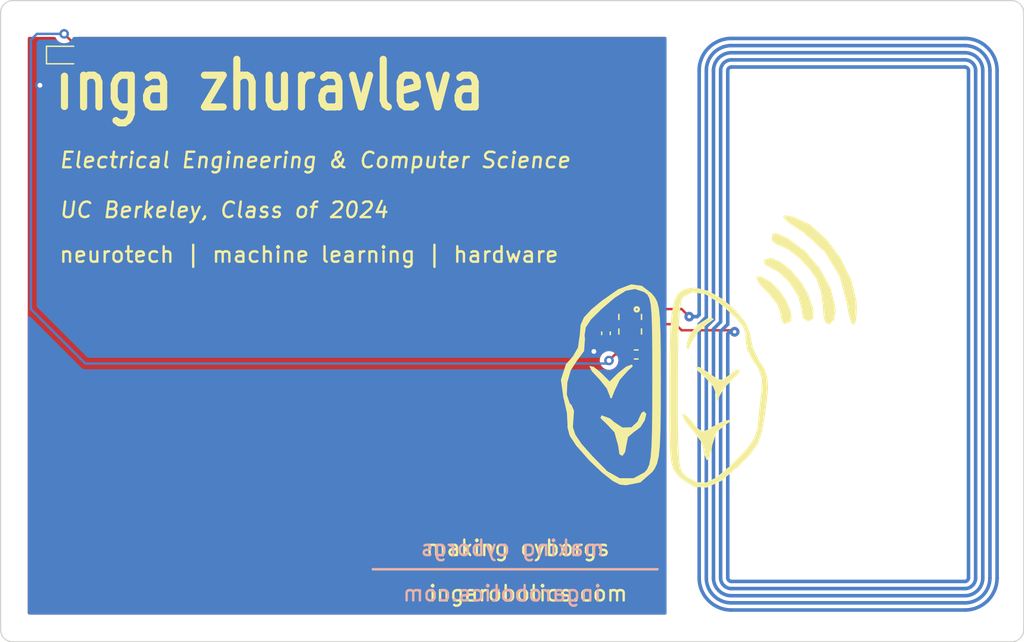
<source format=kicad_pcb>
(kicad_pcb (version 20211014) (generator pcbnew)
  (layers (0 "F.Cu" signal) (31 "B.Cu" signal) (34 "B.Paste" user) (35 "F.Paste" user) (36 "B.SilkS" user "B.Silkscreen") (37 "F.SilkS" user "F.Silkscreen") (38 "B.Mask" user) (39 "F.Mask" user) (44 "Edge.Cuts" user))
  (net 0 "")
  (net 1 "Net-(C1-Pad1)")
  (net 2 "Net-(D1-Pad2)")
  (net 5 "Net-(C1-Pad2)")
  (net 7 "Net-(U1-Pad1)")
  (net 8 "Net-(U1-Pad8)")
  (footprint "Capacitor_SMD:C_0402_1005Metric" (layer "F.Cu") (at 100.838 77.978 90)
    (fp_text reference "C1" hide)
    (fp_text value "C" hide)
    (fp_line (start -0.107836 -0.36) (end 0.107836 -0.36) (layer "F.SilkS") (width 0.12))
    (fp_line (start -0.107836 0.36) (end 0.107836 0.36) (layer "F.SilkS") (width 0.12))
    (pad "1" smd roundrect locked (at -0.48 0 90) (size 0.56 0.62) (layers "F.Cu" "F.Paste" "F.Mask") (net 1 "Net-(C1-Pad1)"))
    (pad "2" smd roundrect locked (at 0.48 0 90) (size 0.56 0.62) (layers "F.Cu" "F.Paste" "F.Mask") (net 5 "Net-(C1-Pad2)"))
  )
  (footprint "Resistor_SMD:R_0402_1005Metric" (layer "F.Cu") (at 103.378 79.756 180)
    (fp_text reference "R1" hide)
    (fp_text value "R" hide)
    (fp_line (start -0.153641 0.38) (end 0.153641 0.38) (layer "F.SilkS") (width 0.12))
    (fp_line (start -0.153641 -0.38) (end 0.153641 -0.38) (layer "F.SilkS") (width 0.12))
    (pad "1" smd roundrect locked (at -0.51 0 180) (size 0.54 0.64) (layers "F.Cu" "F.Paste" "F.Mask") (net 1 "Net-(C1-Pad1)"))
    (pad "2" smd roundrect locked (at 0.51 0 180) (size 0.54 0.64) (layers "F.Cu" "F.Paste" "F.Mask") (net 2 "Net-(D1-Pad2)"))
  )
  (footprint "LOGO" (layer "F.Cu") (at 109.733787 79.156487)
    (fp_text reference "G***" hide)
    (fp_text value "LOGO" hide)
    (fp_poly (pts (xy -0.993591 1.675797) (xy -0.326465 2.096343) (xy -0.21606 2.181143) (xy 0.46686 2.667215) (xy 0.905971 2.715473) (xy 1.404779 2.348945) (xy 1.450607 2.307595) (xy 2.031442 1.903783) (xy 2.346385 1.86939) (xy 2.237761 2.196282) (xy 1.707309 2.721051) (xy 1.668226 2.752145) (xy 0.97954 3.467823) (xy 0.617646 4.134479) (xy 0.479501 4.581888) (xy 0.417773 4.349551) (xy 0.399245 4.050613) (xy 0.1012 3.29674) (xy -0.561976 2.548548) (xy -0.591234 2.525181) (xy -1.180225 1.979199) (xy -1.375096 1.623421) (xy -1.361342 1.599839)) (layer "F.SilkS") (width 0) (fill solid))
    (fp_poly (pts (xy -5.879917 -5.16337) (xy -5.070811 -4.53821) (xy -4.796909 -4.21169) (xy -4.596113 -3.828746) (xy -4.457116 -3.280871) (xy -4.36861 -2.45956) (xy -4.319289 -1.256306) (xy -4.297845 0.437397) (xy -4.292971 2.730054) (xy -4.292958 2.926221) (xy -4.298667 5.286238) (xy -4.322645 7.040348) (xy -4.375168 8.298093) (xy -4.466512 9.169012) (xy -4.606953 9.762647) (xy -4.806767 10.18854) (xy -4.999821 10.461295) (xy -6.000772 11.340497) (xy -7.211425 11.582905) (xy -7.728234 11.530707) (xy -8.331285 11.222685) (xy -9.224481 10.520354) (xy -10.226913 9.567961) (xy -10.346813 9.442814) (xy -11.379075 8.277284) (xy -11.943454 7.417501) (xy -12.127687 6.718413) (xy -12.121113 6.509375) (xy -12.17541 5.507501) (xy -12.431096 4.358221) (xy -12.46468 4.255052) (xy -12.503786 3.977014) (xy -12.17868 3.977014) (xy -11.930449 4.710837) (xy -11.78469 4.842522) (xy -11.575503 5.334499) (xy -11.630636 6.099334) (xy -11.671015 6.699403) (xy -11.468632 7.329356) (xy -10.948625 8.102451) (xy -10.036133 9.131944) (xy -8.786768 10.401771) (xy -7.744727 10.991196) (xy -6.576023 10.989801) (xy -5.662677 10.498075) (xy -5.437327 10.23619) (xy -5.270153 9.849484) (xy -5.152629 9.237873) (xy -5.076227 8.301273) (xy -5.03242 6.939602) (xy -5.012683 5.052776) (xy -5.008451 2.819113) (xy -5.011889 0.395711) (xy -5.028572 -1.410175) (xy -5.068052 -2.696514) (xy -5.13988 -3.561273) (xy -5.253608 -4.102422) (xy -5.418788 -4.417927) (xy -5.644971 -4.605756) (xy -5.737457 -4.657936) (xy -6.465687 -4.895667) (xy -7.222322 -4.75238) (xy -8.154126 -4.168305) (xy -9.253121 -3.226161) (xy -10.152422 -2.335957) (xy -10.592206 -1.666623) (xy -10.687646 -1.012811) (xy -10.657165 -0.722856) (xy -10.729651 0.311496) (xy -11.331509 1.131951) (xy -11.846783 1.922061) (xy -12.139982 2.958919) (xy -12.17868 3.977014) (xy -12.503786 3.977014) (xy -12.679458 2.727992) (xy -12.258961 1.420801) (xy -11.664029 0.746423) (xy -11.246454 0.019171) (xy -11.090141 -1.086611) (xy -11.025395 -1.885781) (xy -10.742934 -2.520621) (xy -10.110423 -3.194317) (xy -9.254677 -3.904779) (xy -7.865404 -4.877726) (xy -6.78004 -5.291268)) (layer "F.SilkS") (width 0) (fill solid))
    (fp_poly (pts (xy -5.508529 5.599302) (xy -5.640549 6.12843) (xy -5.994907 6.698307) (xy -6.454736 7.053655) (xy -6.493625 7.065444) (xy -7.043947 7.538734) (xy -7.15493 8.069907) (xy -7.293178 8.810804) (xy -7.512676 9.122536) (xy -7.767629 8.984529) (xy -7.870378 8.293875) (xy -7.870423 8.275248) (xy -8.18612 7.138494) (xy -8.813034 6.465402) (xy -9.360728 5.941351) (xy -9.28456 5.728086) (xy -9.214585 5.723944) (xy -8.543784 5.978362) (xy -8.228169 6.260564) (xy -7.512939 6.732215) (xy -6.756164 6.712428) (xy -6.234983 6.225469) (xy -6.185347 6.08169) (xy -5.916391 5.502071) (xy -5.715712 5.366197)) (layer "F.SilkS") (width 0) (fill solid))
    (fp_poly (pts (xy -0.297984 -4.744703) (xy 0.883871 -4.062201) (xy 1.987589 -3.124054) (xy 2.826105 -2.093369) (xy 3.212352 -1.133256) (xy 3.219718 -1.005715) (xy 3.431205 0.035124) (xy 3.943288 1.083678) (xy 3.974348 1.128202) (xy 4.416676 1.842227) (xy 4.653568 2.563411) (xy 4.701499 3.479896) (xy 4.576944 4.779828) (xy 4.400197 5.991283) (xy 4.162917 7.240843) (xy 3.822749 8.143645) (xy 3.234203 8.967834) (xy 2.251792 9.981553) (xy 2.216525 10.015931) (xy 0.78117 11.218231) (xy -0.442844 11.781388) (xy -1.534745 11.720094) (xy -2.573762 11.049041) (xy -2.69936 10.927529) (xy -3.005513 10.602158) (xy -3.230689 10.255744) (xy -3.387324 9.780476) (xy -3.487856 9.068543) (xy -3.544722 8.012132) (xy -3.570358 6.503431) (xy -3.577202 4.43463) (xy -3.577465 3.315581) (xy -3.577226 3.270982) (xy -2.861972 3.270982) (xy -2.859205 5.686816) (xy -2.843912 7.487664) (xy -2.805607 8.774029) (xy -2.733803 9.646415) (xy -2.618013 10.205325) (xy -2.447749 10.551264) (xy -2.212526 10.784735) (xy -2.066878 10.890982) (xy -1.257096 11.323621) (xy -0.497028 11.350869) (xy 0.361913 10.924609) (xy 1.468315 9.996723) (xy 1.866796 9.617134) (xy 2.926902 8.515678) (xy 3.533821 7.656321) (xy 3.80642 6.851411) (xy 3.849637 6.486852) (xy 3.968446 5.21345) (xy 4.132283 3.860025) (xy 4.147357 3.752535) (xy 4.189029 2.60936) (xy 3.846113 1.714922) (xy 3.528279 1.270838) (xy 2.949849 0.224105) (xy 2.801743 -0.700462) (xy 2.801192 -1.244352) (xy 2.603107 -1.748059) (xy 2.105024 -2.351812) (xy 1.204481 -3.195841) (xy 0.573817 -3.749562) (xy -0.579517 -4.468251) (xy -1.64853 -4.61343) (xy -2.432676 -4.221408) (xy -2.597648 -3.791475) (xy -2.720159 -2.842438) (xy -2.803094 -1.323952) (xy -2.849337 0.814329) (xy -2.861972 3.270982) (xy -3.577226 3.270982) (xy -3.563233 0.655863) (xy -3.505675 -1.372777) (xy -3.382494 -2.854447) (xy -3.171396 -3.873253) (xy -2.850086 -4.5133) (xy -2.396268 -4.858697) (xy -1.787648 -4.993549) (xy -1.370912 -5.00845)) (layer "F.SilkS") (width 0) (fill solid))
    (fp_poly (pts (xy 4.784203 -5.60739) (xy 4.832551 -5.576019) (xy 5.588266 -4.880458) (xy 6.220173 -3.961639) (xy 6.618772 -3.035935) (xy 6.674562 -2.319718) (xy 6.57299 -2.136934) (xy 6.110654 -1.951037) (xy 5.968403 -2.021267) (xy 5.760378 -2.551353) (xy 5.723943 -2.941762) (xy 5.473348 -3.591929) (xy 4.846497 -4.400738) (xy 4.581483 -4.661274) (xy 3.88173 -5.42621) (xy 3.69839 -5.897622) (xy 4.007276 -5.98739)) (layer "F.SilkS") (width 0) (fill solid))
    (fp_poly (pts (xy 5.715827 -7.223421) (xy 6.639188 -6.478673) (xy 7.503099 -5.462952) (xy 8.088971 -4.432055) (xy 8.517547 -3.133599) (xy 8.489377 -2.375583) (xy 8.049296 -2.146479) (xy 7.622474 -2.465114) (xy 7.512676 -3.19227) (xy 7.232879 -4.261335) (xy 6.532346 -5.387773) (xy 5.619366 -6.287987) (xy 4.992738 -6.623296) (xy 4.400711 -6.974261) (xy 4.366617 -7.339705) (xy 4.906768 -7.512603) (xy 4.922669 -7.512676)) (layer "F.SilkS") (width 0) (fill solid))
    (fp_poly (pts (xy 6.869959 -10.966336) (xy 8.278754 -10.282198) (xy 9.629084 -9.059811) (xy 10.800368 -7.473718) (xy 11.672022 -5.698464) (xy 12.123466 -3.90859) (xy 12.159885 -3.309155) (xy 12.086931 -2.236829) (xy 11.900902 -1.837272) (xy 11.660814 -2.088759) (xy 11.42568 -2.969571) (xy 11.331359 -3.614116) (xy 10.715937 -5.934432) (xy 9.498942 -7.961274) (xy 7.763356 -9.562663) (xy 7.471538 -9.752978) (xy 6.400406 -10.477849) (xy 5.949494 -10.928495) (xy 6.126018 -11.090361)) (layer "F.SilkS") (width 0) (fill solid))
    (fp_poly (pts (xy -6.641916 1.595567) (xy -7.069254 1.983637) (xy -7.730989 2.721569) (xy -8.18983 3.682932) (xy -8.413112 4.274287) (xy -8.54259 4.2611) (xy -8.553651 4.155108) (xy -8.825716 3.465115) (xy -9.445654 2.685895) (xy -9.520093 2.614872) (xy -10.086481 2.000073) (xy -10.282882 1.596534) (xy -10.265398 1.560234) (xy -9.91204 1.646393) (xy -9.331221 2.116667) (xy -8.585916 2.861972) (xy -7.870423 2.146479) (xy -7.200023 1.618826) (xy -6.717583 1.430986)) (layer "F.SilkS") (width 0) (fill solid))
    (fp_poly (pts (xy -1.846935 6.015499) (xy -1.665221 6.231434) (xy -1.0865 6.894509) (xy -0.669379 7.05818) (xy -0.144136 6.793914) (xy 0.022462 6.678617) (xy 0.82986 6.239902) (xy 1.42115 6.086964) (xy 1.559045 6.214211) (xy 1.108019 6.525191) (xy 1.073239 6.542909) (xy 0.367621 7.157262) (xy 0.021348 8.210805) (xy 0 8.360136) (xy -0.171601 9.155731) (xy -0.382645 9.480634) (xy -0.447183 9.454426) (xy -0.680392 8.893484) (xy -0.715493 8.542553) (xy -0.955476 7.867706) (xy -1.540223 7.080149) (xy -1.609859 7.008579) (xy -2.212223 6.2839) (xy -2.498617 5.698615) (xy -2.502449 5.650769) (xy -2.314285 5.59312)) (layer "F.SilkS") (width 0) (fill solid))
    (fp_poly (pts (xy 0.162042 -2.360974) (xy -0.303728 -2.014111) (xy -0.355493 -1.985119) (xy -1.159351 -1.284714) (xy -1.680906 -0.477374) (xy -1.978505 0.15824) (xy -2.10217 0.165554) (xy -2.130343 -0.254373) (xy -1.865835 -1.09625) (xy -1.2053 -1.906756) (xy -0.395367 -2.424196) (xy -0.02198 -2.491548)) (layer "F.SilkS") (width 0) (fill solid))
    (fp_poly (pts (xy 6.123793 -9.280535) (xy 6.367765 -9.154473) (xy 7.808708 -8.099095) (xy 9.050131 -6.637587) (xy 9.949112 -4.986859) (xy 10.362725 -3.363818) (xy 10.374648 -3.073448) (xy 10.230011 -2.272315) (xy 9.879885 -1.906494) (xy 9.53018 -2.036956) (xy 9.374212 -2.519779) (xy 9.302007 -3.387673) (xy 9.301408 -3.475981) (xy 9.137835 -4.668923) (xy 8.777638 -5.699096) (xy 8.144173 -6.613135) (xy 7.267684 -7.519385) (xy 6.35444 -8.235191) (xy 5.61071 -8.577897) (xy 5.517622 -8.585915) (xy 5.067291 -8.872879) (xy 5.00845 -9.122535) (xy 5.077595 -9.549117) (xy 5.394594 -9.600497)) (layer "F.SilkS") (width 0) (fill solid))
  )
  (footprint "LED_SMD:LED_0603_1608Metric" (layer "F.Cu") (at 55.372 54.61)
    (fp_text reference "D1" hide)
    (fp_text value "LED" hide)
    (fp_line (start -1.485 -0.735) (end -1.485 0.735) (layer "F.SilkS") (width 0.12))
    (fp_line (start -1.485 0.735) (end 0.8 0.735) (layer "F.SilkS") (width 0.12))
    (fp_line (start 0.8 -0.735) (end -1.485 -0.735) (layer "F.SilkS") (width 0.12))
    (pad "1" smd roundrect locked (at -0.7875 0) (size 0.875 0.95) (layers "F.Cu" "F.Paste" "F.Mask") (net 5 "Net-(C1-Pad2)"))
    (pad "2" smd roundrect locked (at 0.7875 0) (size 0.875 0.95) (layers "F.Cu" "F.Paste" "F.Mask") (net 2 "Net-(D1-Pad2)"))
  )
  (footprint "NT3H1101W0FHKH:IC_NT3H1101W0FHKH" (layer "F.Cu") (at 102.87 77.216 -90)
    (fp_text reference "U1" hide)
    (fp_text value "NT3H1101W0FHKH" hide)
    (fp_line (start 0.825 0.95) (end 0.4 0.95) (layer "F.SilkS") (width 0.127))
    (fp_line (start 0.825 -0.95) (end 0.4 -0.95) (layer "F.SilkS") (width 0.127))
    (fp_line (start -0.825 -0.95) (end -0.4 -0.95) (layer "F.SilkS") (width 0.127))
    (fp_line (start -0.825 0.95) (end -0.4 0.95) (layer "F.SilkS") (width 0.127))
    (fp_circle (center -1.25 -0.55) (end -1.179291 -0.55) (layer "F.SilkS") (width 0.2) (fill none))
    (pad "1" smd rect locked (at -0.6 -0.55 90) (size 0.45 0.37) (layers "F.Cu" "F.Mask") (net 7 "Net-(U1-Pad1)"))
    (pad "2" smd rect locked (at -0.6 0 90) (size 0.45 0.27) (layers "F.Cu" "F.Mask") (net 5 "Net-(C1-Pad2)"))
    (pad "3" smd rect locked (at -0.6 0.5 90) (size 0.45 0.27) (layers "F.Cu" "F.Mask"))
    (pad "4" smd rect locked (at 0 0.6 180) (size 0.45 0.27) (layers "F.Cu" "F.Mask"))
    (pad "5" smd rect locked (at 0.6 0.5 90) (size 0.45 0.27) (layers "F.Cu" "F.Mask"))
    (pad "6" smd rect locked (at 0.6 0 90) (size 0.45 0.27) (layers "F.Cu" "F.Mask") (net 1 "Net-(C1-Pad1)"))
    (pad "7" smd rect locked (at 0.6 -0.5 90) (size 0.45 0.27) (layers "F.Cu" "F.Mask") (net 1 "Net-(C1-Pad1)"))
    (pad "8" smd rect locked (at 0 -0.6 180) (size 0.45 0.27) (layers "F.Cu" "F.Mask") (net 8 "Net-(U1-Pad8)"))
    (zone (net 0) (net_name "") (layer "F.Cu") (connect_pads (clearance 0)) (min_thickness 0.01)
      (keepout (tracks not_allowed) (vias not_allowed) (pads not_allowed) (copperpour not_allowed) (footprints allowed))
      (fill (thermal_gap 0.508) (thermal_bridge_width 0.508))
      (polygon (pts (xy 103.12 76.966) (xy 103.12 77.466) (xy 102.62 77.466) (xy 102.62 76.966)))
    )
  )
  (footprint "25X48MM_NFC_ANTENNA:25X48MM_NFC_ANTENNA" (layer "B.Cu") (at 121.158 77.216 -90)
    (fp_text reference "U2" hide)
    (fp_text value "25X48MM_NFC_ANTENNA" hide)
    (fp_line (start -21.3 10.1) (end 0 10.1) (layer "B.Cu") (width 0.3))
    (fp_line (start -21.3 -12.5) (end 21.3 -12.5) (layer "B.Cu") (width 0.3))
    (fp_line (start 21.3 10.1) (end 0.8 10.1) (layer "B.Cu") (width 0.3))
    (fp_line (start 0.635 9.935) (end 0.8 10.1) (layer "B.Cu") (width 0.3))
    (fp_line (start 0.2 11.9) (end 21.3 11.9) (layer "B.Cu") (width 0.3))
    (fp_line (start -23.4 9.8) (end -23.4 -9.8) (layer "B.Cu") (width 0.3))
    (fp_line (start 22.8 9.8) (end 22.8 -9.8) (layer "B.Cu") (width 0.3))
    (fp_line (start 0.635 9.525) (end 0.635 9.935) (layer "B.Cu") (width 0.3))
    (fp_line (start 22.2 9.8) (end 22.2 -9.8) (layer "B.Cu") (width 0.3))
    (fp_line (start -0.635 12.665) (end -0.8 12.5) (layer "B.Cu") (width 0.3))
    (fp_line (start 0 10.1) (end 0.6 10.7) (layer "B.Cu") (width 0.3))
    (fp_line (start 23.4 9.8) (end 23.4 -9.8) (layer "B.Cu") (width 0.3))
    (fp_line (start 0.4 11.3) (end 21.3 11.3) (layer "B.Cu") (width 0.3))
    (fp_line (start -0.635 13.335) (end -0.635 12.665) (layer "B.Cu") (width 0.3))
    (fp_line (start 21.6 9.8) (end 21.6 -9.8) (layer "B.Cu") (width 0.3))
    (fp_line (start -0.2 10.7) (end 0.4 11.3) (layer "B.Cu") (width 0.3))
    (fp_line (start -21.3 -11.9) (end 21.3 -11.9) (layer "B.Cu") (width 0.3))
    (fp_line (start 21.3 10.7) (end 0.6 10.7) (layer "B.Cu") (width 0.3))
    (fp_line (start -21.6 9.8) (end -21.6 -9.8) (layer "B.Cu") (width 0.3))
    (fp_line (start -0.6 11.9) (end 0 12.5) (layer "B.Cu") (width 0.3))
    (fp_line (start -21.3 11.3) (end -0.4 11.3) (layer "B.Cu") (width 0.3))
    (fp_line (start -24 9.8) (end -24 -9.8) (layer "B.Cu") (width 0.3))
    (fp_line (start -22.8 9.8) (end -22.8 -9.8) (layer "B.Cu") (width 0.3))
    (fp_line (start 0 12.5) (end 21.3 12.5) (layer "B.Cu") (width 0.3))
    (fp_line (start -0.4 11.3) (end 0.2 11.9) (layer "B.Cu") (width 0.3))
    (fp_line (start -21.3 -10.7) (end 21.3 -10.7) (layer "B.Cu") (width 0.3))
    (fp_line (start -21.3 -11.3) (end 21.3 -11.3) (layer "B.Cu") (width 0.3))
    (fp_line (start -0.8 12.5) (end -21.3 12.5) (layer "B.Cu") (width 0.3))
    (fp_line (start -21.3 10.7) (end -0.2 10.7) (layer "B.Cu") (width 0.3))
    (fp_line (start -22.2 9.8) (end -22.2 -9.8) (layer "B.Cu") (width 0.3))
    (fp_line (start -21.3 -10.1) (end 21.3 -10.1) (layer "B.Cu") (width 0.3))
    (fp_line (start -21.3 11.9) (end -0.6 11.9) (layer "B.Cu") (width 0.3))
    (fp_line (start 24 9.8) (end 24 -9.8) (layer "B.Cu") (width 0.3))
    (fp_arc (start 21.3 -11.9) (mid 22.784924 -11.284924) (end 23.4 -9.8) (layer "B.Cu") (width 0.3))
    (fp_arc (start 23.4 9.8) (mid 22.784924 11.284924) (end 21.3 11.9) (layer "B.Cu") (width 0.3))
    (fp_arc (start 22.2 9.8) (mid 21.936396 10.436396) (end 21.3 10.7) (layer "B.Cu") (width 0.3))
    (fp_arc (start 21.3 -10.1) (mid 21.512132 -10.012132) (end 21.6 -9.8) (layer "B.Cu") (width 0.3))
    (fp_arc (start 24 9.8) (mid 23.209188 11.709188) (end 21.3 12.5) (layer "B.Cu") (width 0.3))
    (fp_arc (start -24 -9.8) (mid -23.209188 -11.709188) (end -21.3 -12.5) (layer "B.Cu") (width 0.3))
    (fp_arc (start -22.8 -9.8) (mid -22.36066 -10.86066) (end -21.3 -11.3) (layer "B.Cu") (width 0.3))
    (fp_arc (start 21.6 9.8) (mid 21.512132 10.012132) (end 21.3 10.1) (layer "B.Cu") (width 0.3))
    (fp_arc (start 21.3 -10.7) (mid 21.936396 -10.436396) (end 22.2 -9.8) (layer "B.Cu") (width 0.3))
    (fp_arc (start -23.4 -9.8) (mid -22.784924 -11.284924) (end -21.3 -11.9) (layer "B.Cu") (width 0.3))
    (fp_arc (start 21.3 -12.5) (mid 23.209188 -11.709188) (end 24 -9.8) (layer "B.Cu") (width 0.3))
    (fp_arc (start 22.8 9.8) (mid 22.36066 10.86066) (end 21.3 11.3) (layer "B.Cu") (width 0.3))
    (fp_arc (start -22.2 -9.8) (mid -21.936396 -10.436396) (end -21.3 -10.7) (layer "B.Cu") (width 0.3))
    (fp_arc (start -21.6 -9.8) (mid -21.512132 -10.012132) (end -21.3 -10.1) (layer "B.Cu") (width 0.3))
    (fp_arc (start -21.3 11.9) (mid -22.784924 11.284924) (end -23.4 9.8) (layer "B.Cu") (width 0.3))
    (fp_arc (start 21.3 -11.3) (mid 22.36066 -10.86066) (end 22.8 -9.8) (layer "B.Cu") (width 0.3))
    (fp_arc (start -21.3 10.7) (mid -21.936396 10.436396) (end -22.2 9.8) (layer "B.Cu") (width 0.3))
    (fp_arc (start -21.3 10.1) (mid -21.512132 10.012132) (end -21.6 9.8) (layer "B.Cu") (width 0.3))
    (fp_arc (start -21.3 11.3) (mid -22.36066 10.86066) (end -22.8 9.8) (layer "B.Cu") (width 0.3))
    (fp_arc (start -21.3 12.5) (mid -23.209188 11.709188) (end -24 9.8) (layer "B.Cu") (width 0.3))
    (pad "P$1" thru_hole circle (at -0.635 13.335 270) (size 0.808 0.808) (drill 0.3) (layers *.Cu *.Mask) (net 7 "Net-(U1-Pad1)"))
    (pad "P$2" thru_hole circle (at 0.635 9.525 270) (size 0.808 0.808) (drill 0.3) (layers *.Cu *.Mask) (net 8 "Net-(U1-Pad8)"))
  )
  (gr_line (start 81.28 97.79) (end 105.156 97.79) (layer "B.SilkS") (width 0.2))
  (gr_line (start 55.3975 56.388) (end 55.3975 58.928) (layer "F.SilkS") (width 0.6))
  (gr_line (start 81.28 97.79) (end 105.156 97.79) (layer "F.SilkS") (width 0.2))
  (gr_line (start 50.038 102.87) (end 50.038 51.054) (layer "Edge.Cuts") (width 0.1))
  (gr_line (start 135.89 51.054) (end 135.89 102.87) (layer "Edge.Cuts") (width 0.1))
  (gr_arc (start 135.89 102.87) (mid 135.59242 103.58842) (end 134.874 103.886) (layer "Edge.Cuts") (width 0.1))
  (gr_arc (start 50.038 51.054) (mid 50.33558 50.33558) (end 51.054 50.038) (layer "Edge.Cuts") (width 0.1))
  (gr_line (start 51.054 50.038) (end 134.874 50.038) (layer "Edge.Cuts") (width 0.1))
  (gr_arc (start 51.054 103.886) (mid 50.33558 103.58842) (end 50.038 102.87) (layer "Edge.Cuts") (width 0.1))
  (gr_line (start 134.874 103.886) (end 51.054 103.886) (layer "Edge.Cuts") (width 0.1))
  (gr_arc (start 134.874 50.038) (mid 135.59242 50.33558) (end 135.89 51.054) (layer "Edge.Cuts") (width 0.1))
  (gr_text "ingarobotics.com" (at 100.584 99.822) (layer "B.SilkS") (effects (font (size 1.3 1.3) (thickness 0.2)) (justify left mirror)))
  (gr_text "making cyborgs\n" (at 100.838 96.012) (layer "B.SilkS") (effects (font (size 1.3 1.3) (thickness 0.2)) (justify left mirror)))
  (gr_text "making cyborgs\n" (at 85.598 96.012) (layer "F.SilkS") (effects (font (size 1.3 1.3) (thickness 0.2)) (justify left)))
  (gr_text "nga zhuravleva" (at 73.4315 57.15) (layer "F.SilkS") (effects (font (size 4 3) (thickness 0.6))))
  (gr_text "Electrical Engineering & Computer Science \n\nUC Berkeley, Class of 2024" (at 54.864 65.532) (layer "F.SilkS") (effects (font (size 1.3 1.3) (thickness 0.2) italic) (justify left)))
  (gr_text "neurotech | machine learning | hardware" (at 54.864 71.374) (layer "F.SilkS") (effects (font (size 1.3 1.3) (thickness 0.2)) (justify left)))
  (gr_text "ingarobotics.com" (at 85.852 99.822) (layer "F.SilkS") (effects (font (size 1.3 1.3) (thickness 0.2)) (justify left)))
  (segment (start 100.838 78.74) (end 100.838 78.458) (width 0.2) (layer "F.Cu") (net 1))
  (segment (start 103.888 78.334) (end 103.37 77.816) (width 0.2) (layer "F.Cu") (net 1))
  (segment (start 102.644 78.966) (end 101.064 78.966) (width 0.2) (layer "F.Cu") (net 1))
  (segment (start 102.87 78.74) (end 102.644 78.966) (width 0.2) (layer "F.Cu") (net 1))
  (segment (start 102.87 77.816) (end 102.87 78.74) (width 0.2) (layer "F.Cu") (net 1))
  (segment (start 101.064 78.966) (end 100.838 78.74) (width 0.2) (layer "F.Cu") (net 1))
  (segment (start 102.87 77.816) (end 103.37 77.816) (width 0.2) (layer "F.Cu") (net 1))
  (segment (start 103.888 79.756) (end 103.888 78.334) (width 0.2) (layer "F.Cu") (net 1))
  (segment (start 56.1595 54.61) (end 56.1595 53.6195) (width 0.2) (layer "F.Cu") (net 2))
  (segment (start 56.1595 53.6195) (end 55.88 53.34) (width 0.2) (layer "F.Cu") (net 2))
  (segment (start 55.88 53.34) (end 55.372 52.832) (width 0.2) (layer "F.Cu") (net 2))
  (segment (start 101.092 80.264) (end 101.6 79.756) (width 0.2) (layer "F.Cu") (net 2))
  (segment (start 101.6 79.756) (end 102.868 79.756) (width 0.2) (layer "F.Cu") (net 2))
  (via (at 101.092 80.264) (size 0.8) (drill 0.4) (layers "F.Cu" "B.Cu") (net 2))
  (via (at 55.372 52.832) (size 0.8) (drill 0.4) (layers "F.Cu" "B.Cu") (net 2))
  (segment (start 100.838 80.518) (end 101.092 80.264) (width 0.2) (layer "B.Cu") (net 2))
  (segment (start 52.578 75.946) (end 57.15 80.518) (width 0.2) (layer "B.Cu") (net 2))
  (segment (start 52.578 53.34) (end 52.578 75.946) (width 0.2) (layer "B.Cu") (net 2))
  (segment (start 53.086 52.832) (end 52.578 53.34) (width 0.2) (layer "B.Cu") (net 2))
  (segment (start 55.372 52.832) (end 53.086 52.832) (width 0.2) (layer "B.Cu") (net 2))
  (segment (start 57.15 80.518) (end 100.838 80.518) (width 0.2) (layer "B.Cu") (net 2))
  (segment (start 100.838 77.498) (end 100.302 77.498) (width 0.2) (layer "F.Cu") (net 5))
  (segment (start 54.5845 54.61) (end 53.34 55.8545) (width 0.2) (layer "F.Cu") (net 5))
  (segment (start 102.616 75.692) (end 101.346 75.692) (width 0.2) (layer "F.Cu") (net 5))
  (segment (start 102.87 75.946) (end 102.616 75.692) (width 0.2) (layer "F.Cu") (net 5))
  (segment (start 101.346 75.692) (end 100.838 76.2) (width 0.2) (layer "F.Cu") (net 5))
  (segment (start 102.87 76.616) (end 102.87 75.946) (width 0.2) (layer "F.Cu") (net 5))
  (segment (start 100.302 77.498) (end 99.822 77.978) (width 0.2) (layer "F.Cu") (net 5))
  (segment (start 99.822 77.978) (end 99.822 79.502) (width 0.2) (layer "F.Cu") (net 5))
  (segment (start 100.81 77.47) (end 100.838 77.498) (width 0.2) (layer "F.Cu") (net 5))
  (segment (start 53.34 55.8545) (end 53.34 57.15) (width 0.2) (layer "F.Cu") (net 5))
  (segment (start 100.838 76.2) (end 100.838 77.498) (width 0.2) (layer "F.Cu") (net 5))
  (via (at 53.34 57.15) (size 0.8) (drill 0.4) (layers "F.Cu" "B.Cu") (net 5))
  (via (at 99.822 79.502) (size 0.8) (drill 0.4) (layers "F.Cu" "B.Cu") (net 5))
  (segment (start 55.372 77.47) (end 57.404 79.502) (width 0.2) (layer "B.Cu") (net 5))
  (segment (start 57.404 79.502) (end 99.568 79.502) (width 0.2) (layer "B.Cu") (net 5))
  (segment (start 53.34 75.438) (end 55.372 77.47) (width 0.2) (layer "B.Cu") (net 5))
  (segment (start 99.568 79.502) (end 99.822 79.502) (width 0.2) (layer "B.Cu") (net 5))
  (segment (start 53.34 57.15) (end 53.34 75.438) (width 0.2) (layer "B.Cu") (net 5))
  (segment (start 104.09 75.946) (end 103.42 76.616) (width 0.2) (layer "F.Cu") (net 7))
  (segment (start 107.188 75.946) (end 104.09 75.946) (width 0.2) (layer "F.Cu") (net 7))
  (segment (start 107.188 75.946) (end 107.823 76.581) (width 0.2) (layer "F.Cu") (net 7))
  (segment (start 106.68 77.216) (end 103.47 77.216) (width 0.2) (layer "F.Cu") (net 8))
  (segment (start 111.506 77.724) (end 107.188 77.724) (width 0.2) (layer "F.Cu") (net 8))
  (segment (start 111.633 77.851) (end 111.506 77.724) (width 0.2) (layer "F.Cu") (net 8))
  (segment (start 107.188 77.724) (end 106.68 77.216) (width 0.2) (layer "F.Cu") (net 8))
  (zone (net 5) (net_name "Net-(C1-Pad2)") (layer "F.Cu") (name "GND") (connect_pads (clearance 0.381)) (min_thickness 0.254) (fill yes (thermal_gap 0.508) (thermal_bridge_width 0.508))
    (polygon (pts (xy 105.918 101.6) (xy 52.324 101.6) (xy 52.324 53.086) (xy 105.918 53.086)))
  )
  (zone (net 5) (net_name "Net-(C1-Pad2)") (layers F&B.Cu) (name "GND") (connect_pads (clearance 0.381)) (min_thickness 0.254) (fill yes (thermal_gap 0.508) (thermal_bridge_width 0.508))
    (polygon (pts (xy 105.918 101.6) (xy 52.324 101.6) (xy 52.324 53.086) (xy 105.918 53.086)))
  )
)
</source>
